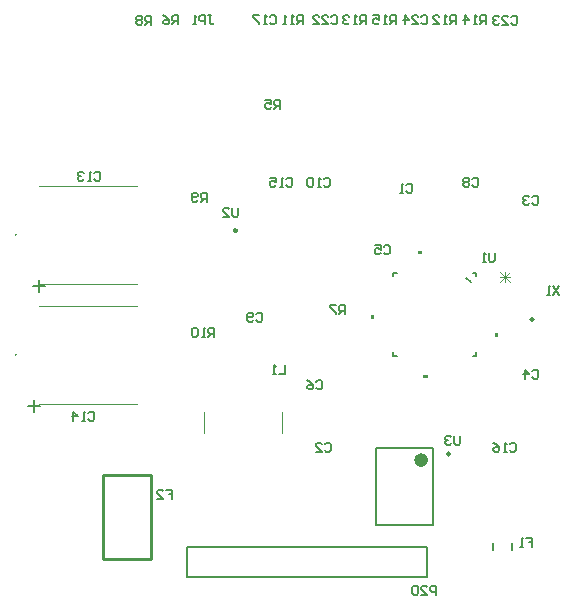
<source format=gbo>
G04*
G04 #@! TF.GenerationSoftware,Altium Limited,Altium Designer,19.1.8 (144)*
G04*
G04 Layer_Color=32896*
%FSLAX25Y25*%
%MOIN*%
G70*
G01*
G75*
%ADD10C,0.00787*%
%ADD11C,0.01000*%
%ADD12C,0.00500*%
%ADD13C,0.00984*%
%ADD14C,0.00600*%
%ADD87C,0.02362*%
%ADD88C,0.00394*%
%ADD89C,0.00300*%
G36*
X117400Y97291D02*
X116400D01*
Y95791D01*
X117400D01*
Y97291D01*
D02*
G37*
G36*
X131829Y117625D02*
X133329D01*
Y118625D01*
X131829D01*
Y117625D01*
D02*
G37*
G36*
X133797Y77425D02*
X135297D01*
Y76425D01*
X133797D01*
Y77425D01*
D02*
G37*
G36*
X157600Y91385D02*
X158600D01*
Y89885D01*
X157600D01*
Y91385D01*
D02*
G37*
D10*
X-2016Y84025D02*
G03*
X-2016Y84025I-197J0D01*
G01*
Y124025D02*
G03*
X-2016Y124025I-197J0D01*
G01*
X156850Y18844D02*
Y21206D01*
X163150Y18844D02*
Y21206D01*
X55000Y20025D02*
X135000D01*
Y10025D02*
Y20025D01*
X55000Y10025D02*
X135000D01*
X55000D02*
Y20025D01*
X136949Y27230D02*
Y52820D01*
X118051Y27230D02*
Y52820D01*
X136949D01*
X118051Y27230D02*
X136949D01*
D11*
X36000Y16025D02*
X43000D01*
Y44025D01*
X27000D02*
X43000D01*
X27000Y16025D02*
Y44025D01*
Y16025D02*
X36000D01*
D12*
X72000Y133024D02*
Y130525D01*
X71500Y130025D01*
X70500D01*
X70001Y130525D01*
Y133024D01*
X67002Y130025D02*
X69001D01*
X67002Y132024D01*
Y132524D01*
X67501Y133024D01*
X68501D01*
X69001Y132524D01*
X22001Y64524D02*
X22501Y65024D01*
X23500D01*
X24000Y64524D01*
Y62525D01*
X23500Y62025D01*
X22501D01*
X22001Y62525D01*
X21001Y62025D02*
X20001D01*
X20501D01*
Y65024D01*
X21001Y64524D01*
X17002Y62025D02*
Y65024D01*
X18502Y63525D01*
X16502D01*
X24001Y144524D02*
X24500Y145024D01*
X25500D01*
X26000Y144524D01*
Y142525D01*
X25500Y142025D01*
X24500D01*
X24001Y142525D01*
X23001Y142025D02*
X22001D01*
X22501D01*
Y145024D01*
X23001Y144524D01*
X20502D02*
X20002Y145024D01*
X19002D01*
X18502Y144524D01*
Y144024D01*
X19002Y143525D01*
X19502D01*
X19002D01*
X18502Y143025D01*
Y142525D01*
X19002Y142025D01*
X20002D01*
X20502Y142525D01*
X179000Y107024D02*
X177001Y104025D01*
Y107024D02*
X179000Y104025D01*
X176001D02*
X175001D01*
X175501D01*
Y107024D01*
X176001Y106524D01*
X146000Y57024D02*
Y54525D01*
X145500Y54025D01*
X144501D01*
X144001Y54525D01*
Y57024D01*
X143001Y56524D02*
X142501Y57024D01*
X141501D01*
X141002Y56524D01*
Y56024D01*
X141501Y55524D01*
X142001D01*
X141501D01*
X141002Y55025D01*
Y54525D01*
X141501Y54025D01*
X142501D01*
X143001Y54525D01*
X157500Y118024D02*
Y115525D01*
X157000Y115025D01*
X156000D01*
X155501Y115525D01*
Y118024D01*
X154501Y115025D02*
X153501D01*
X154001D01*
Y118024D01*
X154501Y117524D01*
X124600Y194225D02*
Y197224D01*
X123100D01*
X122601Y196724D01*
Y195724D01*
X123100Y195225D01*
X124600D01*
X123600D02*
X122601Y194225D01*
X121601D02*
X120601D01*
X121101D01*
Y197224D01*
X121601Y196724D01*
X117102Y197224D02*
X119102D01*
Y195724D01*
X118102Y196224D01*
X117602D01*
X117102Y195724D01*
Y194725D01*
X117602Y194225D01*
X118602D01*
X119102Y194725D01*
X154600Y194200D02*
Y197199D01*
X153101D01*
X152601Y196699D01*
Y195700D01*
X153101Y195200D01*
X154600D01*
X153600D02*
X152601Y194200D01*
X151601D02*
X150601D01*
X151101D01*
Y197199D01*
X151601Y196699D01*
X147602Y194200D02*
Y197199D01*
X149102Y195700D01*
X147102D01*
X114600Y194200D02*
Y197199D01*
X113101D01*
X112601Y196699D01*
Y195700D01*
X113101Y195200D01*
X114600D01*
X113600D02*
X112601Y194200D01*
X111601D02*
X110601D01*
X111101D01*
Y197199D01*
X111601Y196699D01*
X109102D02*
X108602Y197199D01*
X107602D01*
X107102Y196699D01*
Y196199D01*
X107602Y195700D01*
X108102D01*
X107602D01*
X107102Y195200D01*
Y194700D01*
X107602Y194200D01*
X108602D01*
X109102Y194700D01*
X144600Y194200D02*
Y197199D01*
X143101D01*
X142601Y196699D01*
Y195700D01*
X143101Y195200D01*
X144600D01*
X143600D02*
X142601Y194200D01*
X141601D02*
X140601D01*
X141101D01*
Y197199D01*
X141601Y196699D01*
X137102Y194200D02*
X139102D01*
X137102Y196199D01*
Y196699D01*
X137602Y197199D01*
X138602D01*
X139102Y196699D01*
X93600Y194200D02*
Y197199D01*
X92101D01*
X91601Y196699D01*
Y195700D01*
X92101Y195200D01*
X93600D01*
X92600D02*
X91601Y194200D01*
X90601D02*
X89601D01*
X90101D01*
Y197199D01*
X90601Y196699D01*
X88102Y194200D02*
X87102D01*
X87602D01*
Y197199D01*
X88102Y196699D01*
X64000Y90025D02*
Y93024D01*
X62501D01*
X62001Y92524D01*
Y91524D01*
X62501Y91025D01*
X64000D01*
X63000D02*
X62001Y90025D01*
X61001D02*
X60001D01*
X60501D01*
Y93024D01*
X61001Y92524D01*
X58502D02*
X58002Y93024D01*
X57002D01*
X56502Y92524D01*
Y90525D01*
X57002Y90025D01*
X58002D01*
X58502Y90525D01*
Y92524D01*
X61500Y135025D02*
Y138024D01*
X60000D01*
X59501Y137524D01*
Y136524D01*
X60000Y136025D01*
X61500D01*
X60500D02*
X59501Y135025D01*
X58501Y135525D02*
X58001Y135025D01*
X57001D01*
X56502Y135525D01*
Y137524D01*
X57001Y138024D01*
X58001D01*
X58501Y137524D01*
Y137024D01*
X58001Y136524D01*
X56502D01*
X43000Y194025D02*
Y197024D01*
X41500D01*
X41001Y196524D01*
Y195525D01*
X41500Y195025D01*
X43000D01*
X42000D02*
X41001Y194025D01*
X40001Y196524D02*
X39501Y197024D01*
X38501D01*
X38002Y196524D01*
Y196024D01*
X38501Y195525D01*
X38002Y195025D01*
Y194525D01*
X38501Y194025D01*
X39501D01*
X40001Y194525D01*
Y195025D01*
X39501Y195525D01*
X40001Y196024D01*
Y196524D01*
X39501Y195525D02*
X38501D01*
X107500Y97525D02*
Y100524D01*
X106000D01*
X105501Y100024D01*
Y99024D01*
X106000Y98525D01*
X107500D01*
X106500D02*
X105501Y97525D01*
X104501Y100524D02*
X102502D01*
Y100024D01*
X104501Y98025D01*
Y97525D01*
X52100Y194200D02*
Y197199D01*
X50600D01*
X50101Y196699D01*
Y195700D01*
X50600Y195200D01*
X52100D01*
X51100D02*
X50101Y194200D01*
X47102Y197199D02*
X48101Y196699D01*
X49101Y195700D01*
Y194700D01*
X48601Y194200D01*
X47601D01*
X47102Y194700D01*
Y195200D01*
X47601Y195700D01*
X49101D01*
X86000Y166025D02*
Y169024D01*
X84500D01*
X84001Y168524D01*
Y167525D01*
X84500Y167025D01*
X86000D01*
X85000D02*
X84001Y166025D01*
X81002Y169024D02*
X83001D01*
Y167525D01*
X82001Y168024D01*
X81501D01*
X81002Y167525D01*
Y166525D01*
X81501Y166025D01*
X82501D01*
X83001Y166525D01*
X87600Y80524D02*
Y77525D01*
X85601D01*
X84601D02*
X83601D01*
X84101D01*
Y80524D01*
X84601Y80024D01*
X62101Y197199D02*
X63100D01*
X62600D01*
Y194700D01*
X63100Y194200D01*
X63600D01*
X64100Y194700D01*
X61101Y194200D02*
Y197199D01*
X59601D01*
X59102Y196699D01*
Y195700D01*
X59601Y195200D01*
X61101D01*
X58102Y194200D02*
X57102D01*
X57602D01*
Y197199D01*
X58102Y196699D01*
X138000Y4025D02*
Y7024D01*
X136501D01*
X136001Y6524D01*
Y5525D01*
X136501Y5025D01*
X138000D01*
X133002Y4025D02*
X135001D01*
X133002Y6024D01*
Y6524D01*
X133501Y7024D01*
X134501D01*
X135001Y6524D01*
X132002D02*
X131502Y7024D01*
X130502D01*
X130003Y6524D01*
Y4525D01*
X130502Y4025D01*
X131502D01*
X132002Y4525D01*
Y6524D01*
X48001Y39024D02*
X50000D01*
Y37525D01*
X49000D01*
X50000D01*
Y36025D01*
X45002D02*
X47001D01*
X45002Y38024D01*
Y38524D01*
X45501Y39024D01*
X46501D01*
X47001Y38524D01*
X168001Y23024D02*
X170000D01*
Y21524D01*
X169000D01*
X170000D01*
Y20025D01*
X167001D02*
X166001D01*
X166501D01*
Y23024D01*
X167001Y22524D01*
X133101Y196724D02*
X133600Y197224D01*
X134600D01*
X135100Y196724D01*
Y194725D01*
X134600Y194225D01*
X133600D01*
X133101Y194725D01*
X130102Y194225D02*
X132101D01*
X130102Y196224D01*
Y196724D01*
X130602Y197224D01*
X131601D01*
X132101Y196724D01*
X127602Y194225D02*
Y197224D01*
X129102Y195724D01*
X127103D01*
X163001Y196524D02*
X163500Y197024D01*
X164500D01*
X165000Y196524D01*
Y194525D01*
X164500Y194025D01*
X163500D01*
X163001Y194525D01*
X160002Y194025D02*
X162001D01*
X160002Y196024D01*
Y196524D01*
X160501Y197024D01*
X161501D01*
X162001Y196524D01*
X159002D02*
X158502Y197024D01*
X157502D01*
X157003Y196524D01*
Y196024D01*
X157502Y195525D01*
X158002D01*
X157502D01*
X157003Y195025D01*
Y194525D01*
X157502Y194025D01*
X158502D01*
X159002Y194525D01*
X103101Y196724D02*
X103601Y197224D01*
X104600D01*
X105100Y196724D01*
Y194725D01*
X104600Y194225D01*
X103601D01*
X103101Y194725D01*
X100102Y194225D02*
X102101D01*
X100102Y196224D01*
Y196724D01*
X100601Y197224D01*
X101601D01*
X102101Y196724D01*
X97103Y194225D02*
X99102D01*
X97103Y196224D01*
Y196724D01*
X97602Y197224D01*
X98602D01*
X99102Y196724D01*
X82601Y196739D02*
X83100Y197239D01*
X84100D01*
X84600Y196739D01*
Y194740D01*
X84100Y194240D01*
X83100D01*
X82601Y194740D01*
X81601Y194240D02*
X80601D01*
X81101D01*
Y197239D01*
X81601Y196739D01*
X79102Y197239D02*
X77102D01*
Y196739D01*
X79102Y194740D01*
Y194240D01*
X162601Y54199D02*
X163101Y54699D01*
X164100D01*
X164600Y54199D01*
Y52200D01*
X164100Y51700D01*
X163101D01*
X162601Y52200D01*
X161601Y51700D02*
X160601D01*
X161101D01*
Y54699D01*
X161601Y54199D01*
X157102Y54699D02*
X158102Y54199D01*
X159102Y53199D01*
Y52200D01*
X158602Y51700D01*
X157602D01*
X157102Y52200D01*
Y52700D01*
X157602Y53199D01*
X159102D01*
X88001Y142524D02*
X88500Y143024D01*
X89500D01*
X90000Y142524D01*
Y140525D01*
X89500Y140025D01*
X88500D01*
X88001Y140525D01*
X87001Y140025D02*
X86001D01*
X86501D01*
Y143024D01*
X87001Y142524D01*
X82502Y143024D02*
X84502D01*
Y141525D01*
X83502Y142024D01*
X83002D01*
X82502Y141525D01*
Y140525D01*
X83002Y140025D01*
X84002D01*
X84502Y140525D01*
X100501Y142524D02*
X101000Y143024D01*
X102000D01*
X102500Y142524D01*
Y140525D01*
X102000Y140025D01*
X101000D01*
X100501Y140525D01*
X99501Y140025D02*
X98501D01*
X99001D01*
Y143024D01*
X99501Y142524D01*
X97002D02*
X96502Y143024D01*
X95502D01*
X95002Y142524D01*
Y140525D01*
X95502Y140025D01*
X96502D01*
X97002Y140525D01*
Y142524D01*
X78001Y97524D02*
X78500Y98024D01*
X79500D01*
X80000Y97524D01*
Y95525D01*
X79500Y95025D01*
X78500D01*
X78001Y95525D01*
X77001D02*
X76501Y95025D01*
X75501D01*
X75002Y95525D01*
Y97524D01*
X75501Y98024D01*
X76501D01*
X77001Y97524D01*
Y97024D01*
X76501Y96525D01*
X75002D01*
X150001Y142524D02*
X150501Y143024D01*
X151500D01*
X152000Y142524D01*
Y140525D01*
X151500Y140025D01*
X150501D01*
X150001Y140525D01*
X149001Y142524D02*
X148501Y143024D01*
X147501D01*
X147002Y142524D01*
Y142024D01*
X147501Y141525D01*
X147002Y141025D01*
Y140525D01*
X147501Y140025D01*
X148501D01*
X149001Y140525D01*
Y141025D01*
X148501Y141525D01*
X149001Y142024D01*
Y142524D01*
X148501Y141525D02*
X147501D01*
X98001Y75024D02*
X98501Y75524D01*
X99500D01*
X100000Y75024D01*
Y73025D01*
X99500Y72525D01*
X98501D01*
X98001Y73025D01*
X95002Y75524D02*
X96001Y75024D01*
X97001Y74024D01*
Y73025D01*
X96501Y72525D01*
X95501D01*
X95002Y73025D01*
Y73525D01*
X95501Y74024D01*
X97001D01*
X120501Y120024D02*
X121001Y120524D01*
X122000D01*
X122500Y120024D01*
Y118025D01*
X122000Y117525D01*
X121001D01*
X120501Y118025D01*
X117502Y120524D02*
X119501D01*
Y119025D01*
X118501Y119524D01*
X118001D01*
X117502Y119025D01*
Y118025D01*
X118001Y117525D01*
X119001D01*
X119501Y118025D01*
X170001Y78524D02*
X170501Y79024D01*
X171500D01*
X172000Y78524D01*
Y76525D01*
X171500Y76025D01*
X170501D01*
X170001Y76525D01*
X167501Y76025D02*
Y79024D01*
X169001Y77525D01*
X167002D01*
X170001Y136524D02*
X170501Y137024D01*
X171500D01*
X172000Y136524D01*
Y134525D01*
X171500Y134025D01*
X170501D01*
X170001Y134525D01*
X169001Y136524D02*
X168501Y137024D01*
X167501D01*
X167002Y136524D01*
Y136024D01*
X167501Y135524D01*
X168001D01*
X167501D01*
X167002Y135025D01*
Y134525D01*
X167501Y134025D01*
X168501D01*
X169001Y134525D01*
X100901Y54199D02*
X101400Y54699D01*
X102400D01*
X102900Y54199D01*
Y52200D01*
X102400Y51700D01*
X101400D01*
X100901Y52200D01*
X97902Y51700D02*
X99901D01*
X97902Y53699D01*
Y54199D01*
X98401Y54699D01*
X99401D01*
X99901Y54199D01*
X128001Y140524D02*
X128500Y141024D01*
X129500D01*
X130000Y140524D01*
Y138525D01*
X129500Y138025D01*
X128500D01*
X128001Y138525D01*
X127001Y138025D02*
X126001D01*
X126501D01*
Y141024D01*
X127001Y140524D01*
D13*
X142657Y50950D02*
G03*
X142657Y50950I-492J0D01*
G01*
X170492Y95773D02*
G03*
X170492Y95773I-492J0D01*
G01*
X71634Y125442D02*
G03*
X71634Y125442I-492J0D01*
G01*
D14*
X150187Y111325D02*
X151300D01*
X148110Y109515D02*
X149490Y108135D01*
X150187Y83725D02*
X151300D01*
X123700D02*
Y84838D01*
Y111325D02*
X124813D01*
X151300Y110212D02*
Y111325D01*
Y83725D02*
Y84838D01*
X123700Y83725D02*
X124813D01*
X123700Y110212D02*
Y111325D01*
X1900Y66924D02*
X5899D01*
X3899Y68924D02*
Y64925D01*
X3500Y107024D02*
X7499D01*
X5499Y109024D02*
Y105025D01*
D87*
X134193Y48883D02*
G03*
X134193Y48883I-1181J0D01*
G01*
D88*
X86592Y57982D02*
Y65068D01*
X60608Y57982D02*
Y65068D01*
X5661Y67686D02*
X38339D01*
X5661Y100364D02*
X38339D01*
X5661Y107686D02*
X38339D01*
X5661Y140364D02*
X38339D01*
D89*
X162500Y111690D02*
X159168Y108358D01*
X162500D02*
X159168Y111690D01*
X162500Y110024D02*
X159168D01*
X160834Y108358D02*
Y111690D01*
M02*

</source>
